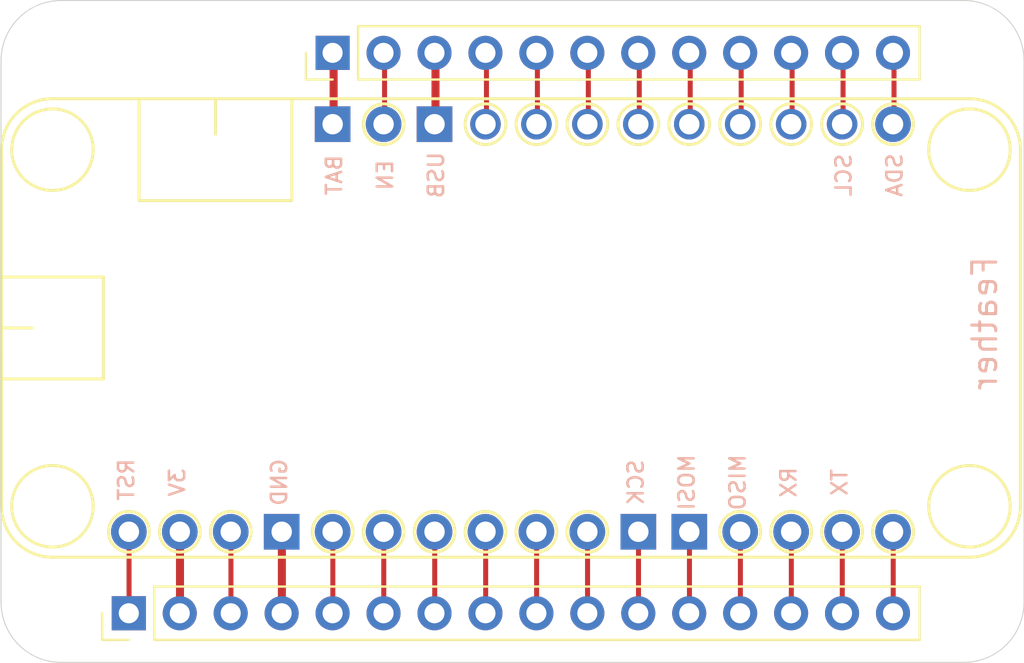
<source format=kicad_pcb>
(kicad_pcb (version 20171130) (host pcbnew "(5.1.5-0-10_14)")

  (general
    (thickness 1.6)
    (drawings 12)
    (tracks 56)
    (zones 0)
    (modules 3)
    (nets 29)
  )

  (page A4)
  (layers
    (0 F.Cu signal)
    (31 B.Cu signal)
    (32 B.Adhes user)
    (33 F.Adhes user)
    (34 B.Paste user)
    (35 F.Paste user)
    (36 B.SilkS user)
    (37 F.SilkS user)
    (38 B.Mask user)
    (39 F.Mask user)
    (40 Dwgs.User user hide)
    (41 Cmts.User user)
    (42 Eco1.User user)
    (43 Eco2.User user)
    (44 Edge.Cuts user)
    (45 Margin user)
    (46 B.CrtYd user)
    (47 F.CrtYd user)
    (48 B.Fab user)
    (49 F.Fab user)
  )

  (setup
    (last_trace_width 0.25)
    (trace_clearance 0.2)
    (zone_clearance 0.508)
    (zone_45_only no)
    (trace_min 0.2)
    (via_size 0.8)
    (via_drill 0.4)
    (via_min_size 0.4)
    (via_min_drill 0.3)
    (uvia_size 0.3)
    (uvia_drill 0.1)
    (uvias_allowed no)
    (uvia_min_size 0.2)
    (uvia_min_drill 0.1)
    (edge_width 0.05)
    (segment_width 0.2)
    (pcb_text_width 0.3)
    (pcb_text_size 1.5 1.5)
    (mod_edge_width 0.12)
    (mod_text_size 1 1)
    (mod_text_width 0.15)
    (pad_size 1.524 1.524)
    (pad_drill 0.762)
    (pad_to_mask_clearance 0.051)
    (solder_mask_min_width 0.25)
    (aux_axis_origin 0 0)
    (visible_elements FFFFFF7F)
    (pcbplotparams
      (layerselection 0x010fc_ffffffff)
      (usegerberextensions true)
      (usegerberattributes false)
      (usegerberadvancedattributes false)
      (creategerberjobfile false)
      (excludeedgelayer true)
      (linewidth 0.100000)
      (plotframeref false)
      (viasonmask false)
      (mode 1)
      (useauxorigin false)
      (hpglpennumber 1)
      (hpglpenspeed 20)
      (hpglpendiameter 15.000000)
      (psnegative false)
      (psa4output false)
      (plotreference true)
      (plotvalue true)
      (plotinvisibletext false)
      (padsonsilk false)
      (subtractmaskfromsilk false)
      (outputformat 1)
      (mirror false)
      (drillshape 0)
      (scaleselection 1)
      (outputdirectory "FeatherShim_Gerbers/"))
  )

  (net 0 "")
  (net 1 "Net-(P1-Pad27)")
  (net 2 "Net-(P1-Pad25)")
  (net 3 "Net-(P1-Pad24)")
  (net 4 "Net-(P1-Pad23)")
  (net 5 "Net-(P1-Pad22)")
  (net 6 "Net-(P1-Pad21)")
  (net 7 "Net-(P1-Pad20)")
  (net 8 "Net-(P1-Pad19)")
  (net 9 "Net-(P1-Pad18)")
  (net 10 "Net-(P1-Pad17)")
  (net 11 "Net-(P1-Pad16)")
  (net 12 "Net-(P1-Pad15)")
  (net 13 "Net-(P1-Pad14)")
  (net 14 "Net-(P1-Pad13)")
  (net 15 "Net-(P1-Pad10)")
  (net 16 "Net-(P1-Pad9)")
  (net 17 "Net-(P1-Pad8)")
  (net 18 "Net-(P1-Pad7)")
  (net 19 "Net-(P1-Pad6)")
  (net 20 "Net-(P1-Pad5)")
  (net 21 "Net-(P1-Pad3)")
  (net 22 "Net-(P1-Pad1)")
  (net 23 "Net-(P1-Pad12)")
  (net 24 "Net-(P1-Pad11)")
  (net 25 /3V3)
  (net 26 VBUS)
  (net 27 +BATT)
  (net 28 GND)

  (net_class Default "This is the default net class."
    (clearance 0.2)
    (trace_width 0.25)
    (via_dia 0.8)
    (via_drill 0.4)
    (uvia_dia 0.3)
    (uvia_drill 0.1)
    (add_net "Net-(P1-Pad1)")
    (add_net "Net-(P1-Pad10)")
    (add_net "Net-(P1-Pad11)")
    (add_net "Net-(P1-Pad12)")
    (add_net "Net-(P1-Pad13)")
    (add_net "Net-(P1-Pad14)")
    (add_net "Net-(P1-Pad15)")
    (add_net "Net-(P1-Pad16)")
    (add_net "Net-(P1-Pad17)")
    (add_net "Net-(P1-Pad18)")
    (add_net "Net-(P1-Pad19)")
    (add_net "Net-(P1-Pad20)")
    (add_net "Net-(P1-Pad21)")
    (add_net "Net-(P1-Pad22)")
    (add_net "Net-(P1-Pad23)")
    (add_net "Net-(P1-Pad24)")
    (add_net "Net-(P1-Pad25)")
    (add_net "Net-(P1-Pad27)")
    (add_net "Net-(P1-Pad3)")
    (add_net "Net-(P1-Pad5)")
    (add_net "Net-(P1-Pad6)")
    (add_net "Net-(P1-Pad7)")
    (add_net "Net-(P1-Pad8)")
    (add_net "Net-(P1-Pad9)")
  )

  (net_class Power ""
    (clearance 0.2)
    (trace_width 0.4)
    (via_dia 0.8)
    (via_drill 0.4)
    (uvia_dia 0.3)
    (uvia_drill 0.1)
    (add_net +BATT)
    (add_net /3V3)
    (add_net GND)
    (add_net VBUS)
  )

  (module FeatherShimLibs:Pin_Header_Straight_1x16_Pitch2.54mm (layer F.Cu) (tedit 59650532) (tstamp 5E0A4667)
    (at 136.37 117.55 90)
    (descr "Through hole straight pin header, 1x16, 2.54mm pitch, single row")
    (tags "Through hole pin header THT 1x16 2.54mm single row")
    (path /5E0A312C)
    (fp_text reference P2 (at 0 -2.33 90) (layer F.SilkS) hide
      (effects (font (size 1 1) (thickness 0.15)))
    )
    (fp_text value CONN_01X16 (at 0 40.43 90) (layer F.Fab) hide
      (effects (font (size 1 1) (thickness 0.15)))
    )
    (fp_line (start -0.635 -1.27) (end 1.27 -1.27) (layer F.Fab) (width 0.1))
    (fp_line (start 1.27 -1.27) (end 1.27 39.37) (layer F.Fab) (width 0.1))
    (fp_line (start 1.27 39.37) (end -1.27 39.37) (layer F.Fab) (width 0.1))
    (fp_line (start -1.27 39.37) (end -1.27 -0.635) (layer F.Fab) (width 0.1))
    (fp_line (start -1.27 -0.635) (end -0.635 -1.27) (layer F.Fab) (width 0.1))
    (fp_line (start -1.33 39.43) (end 1.33 39.43) (layer F.SilkS) (width 0.12))
    (fp_line (start -1.33 1.27) (end -1.33 39.43) (layer F.SilkS) (width 0.12))
    (fp_line (start 1.33 1.27) (end 1.33 39.43) (layer F.SilkS) (width 0.12))
    (fp_line (start -1.33 1.27) (end 1.33 1.27) (layer F.SilkS) (width 0.12))
    (fp_line (start -1.33 0) (end -1.33 -1.33) (layer F.SilkS) (width 0.12))
    (fp_line (start -1.33 -1.33) (end 0 -1.33) (layer F.SilkS) (width 0.12))
    (fp_line (start -1.8 -1.8) (end -1.8 39.9) (layer F.CrtYd) (width 0.05))
    (fp_line (start -1.8 39.9) (end 1.8 39.9) (layer F.CrtYd) (width 0.05))
    (fp_line (start 1.8 39.9) (end 1.8 -1.8) (layer F.CrtYd) (width 0.05))
    (fp_line (start 1.8 -1.8) (end -1.8 -1.8) (layer F.CrtYd) (width 0.05))
    (fp_text user %R (at 0 19.05) (layer F.Fab)
      (effects (font (size 1 1) (thickness 0.15)))
    )
    (pad 1 thru_hole rect (at 0 0 90) (size 1.7 1.7) (drill 1) (layers *.Cu *.Mask)
      (net 22 "Net-(P1-Pad1)"))
    (pad 2 thru_hole oval (at 0 2.54 90) (size 1.7 1.7) (drill 1) (layers *.Cu *.Mask)
      (net 25 /3V3))
    (pad 3 thru_hole oval (at 0 5.08 90) (size 1.7 1.7) (drill 1) (layers *.Cu *.Mask)
      (net 21 "Net-(P1-Pad3)"))
    (pad 4 thru_hole oval (at 0 7.62 90) (size 1.7 1.7) (drill 1) (layers *.Cu *.Mask)
      (net 28 GND))
    (pad 5 thru_hole oval (at 0 10.16 90) (size 1.7 1.7) (drill 1) (layers *.Cu *.Mask)
      (net 20 "Net-(P1-Pad5)"))
    (pad 6 thru_hole oval (at 0 12.7 90) (size 1.7 1.7) (drill 1) (layers *.Cu *.Mask)
      (net 19 "Net-(P1-Pad6)"))
    (pad 7 thru_hole oval (at 0 15.24 90) (size 1.7 1.7) (drill 1) (layers *.Cu *.Mask)
      (net 18 "Net-(P1-Pad7)"))
    (pad 8 thru_hole oval (at 0 17.78 90) (size 1.7 1.7) (drill 1) (layers *.Cu *.Mask)
      (net 17 "Net-(P1-Pad8)"))
    (pad 9 thru_hole oval (at 0 20.32 90) (size 1.7 1.7) (drill 1) (layers *.Cu *.Mask)
      (net 16 "Net-(P1-Pad9)"))
    (pad 10 thru_hole oval (at 0 22.86 90) (size 1.7 1.7) (drill 1) (layers *.Cu *.Mask)
      (net 15 "Net-(P1-Pad10)"))
    (pad 11 thru_hole oval (at 0 25.4 90) (size 1.7 1.7) (drill 1) (layers *.Cu *.Mask)
      (net 24 "Net-(P1-Pad11)"))
    (pad 12 thru_hole oval (at 0 27.94 90) (size 1.7 1.7) (drill 1) (layers *.Cu *.Mask)
      (net 23 "Net-(P1-Pad12)"))
    (pad 13 thru_hole oval (at 0 30.48 90) (size 1.7 1.7) (drill 1) (layers *.Cu *.Mask)
      (net 14 "Net-(P1-Pad13)"))
    (pad 14 thru_hole oval (at 0 33.02 90) (size 1.7 1.7) (drill 1) (layers *.Cu *.Mask)
      (net 13 "Net-(P1-Pad14)"))
    (pad 15 thru_hole oval (at 0 35.56 90) (size 1.7 1.7) (drill 1) (layers *.Cu *.Mask)
      (net 12 "Net-(P1-Pad15)"))
    (pad 16 thru_hole oval (at 0 38.1 90) (size 1.7 1.7) (drill 1) (layers *.Cu *.Mask)
      (net 11 "Net-(P1-Pad16)"))
    (model ${KISYS3DMOD}/Pin_Headers.3dshapes/Pin_Header_Straight_1x16_Pitch2.54mm.wrl
      (at (xyz 0 0 0))
      (scale (xyz 1 1 1))
      (rotate (xyz 0 0 0))
    )
  )

  (module FeatherShimLibs:Pin_Header_Straight_1x12_Pitch2.54mm (layer F.Cu) (tedit 59650532) (tstamp 5E0A5BD2)
    (at 146.53 89.61 90)
    (descr "Through hole straight pin header, 1x12, 2.54mm pitch, single row")
    (tags "Through hole pin header THT 1x12 2.54mm single row")
    (path /5E0AAA41)
    (fp_text reference P3 (at 0 -2.33 90) (layer F.SilkS) hide
      (effects (font (size 1 1) (thickness 0.15)))
    )
    (fp_text value CONN_01X12 (at 0 30.27 90) (layer F.Fab) hide
      (effects (font (size 1 1) (thickness 0.15)))
    )
    (fp_line (start -0.635 -1.27) (end 1.27 -1.27) (layer F.Fab) (width 0.1))
    (fp_line (start 1.27 -1.27) (end 1.27 29.21) (layer F.Fab) (width 0.1))
    (fp_line (start 1.27 29.21) (end -1.27 29.21) (layer F.Fab) (width 0.1))
    (fp_line (start -1.27 29.21) (end -1.27 -0.635) (layer F.Fab) (width 0.1))
    (fp_line (start -1.27 -0.635) (end -0.635 -1.27) (layer F.Fab) (width 0.1))
    (fp_line (start -1.33 29.27) (end 1.33 29.27) (layer F.SilkS) (width 0.12))
    (fp_line (start -1.33 1.27) (end -1.33 29.27) (layer F.SilkS) (width 0.12))
    (fp_line (start 1.33 1.27) (end 1.33 29.27) (layer F.SilkS) (width 0.12))
    (fp_line (start -1.33 1.27) (end 1.33 1.27) (layer F.SilkS) (width 0.12))
    (fp_line (start -1.33 0) (end -1.33 -1.33) (layer F.SilkS) (width 0.12))
    (fp_line (start -1.33 -1.33) (end 0 -1.33) (layer F.SilkS) (width 0.12))
    (fp_line (start -1.8 -1.8) (end -1.8 29.75) (layer F.CrtYd) (width 0.05))
    (fp_line (start -1.8 29.75) (end 1.8 29.75) (layer F.CrtYd) (width 0.05))
    (fp_line (start 1.8 29.75) (end 1.8 -1.8) (layer F.CrtYd) (width 0.05))
    (fp_line (start 1.8 -1.8) (end -1.8 -1.8) (layer F.CrtYd) (width 0.05))
    (fp_text user %R (at 0 13.97) (layer F.Fab)
      (effects (font (size 1 1) (thickness 0.15)))
    )
    (pad 1 thru_hole rect (at 0 0 90) (size 1.7 1.7) (drill 1) (layers *.Cu *.Mask)
      (net 27 +BATT))
    (pad 2 thru_hole oval (at 0 2.54 90) (size 1.7 1.7) (drill 1) (layers *.Cu *.Mask)
      (net 1 "Net-(P1-Pad27)"))
    (pad 3 thru_hole oval (at 0 5.08 90) (size 1.7 1.7) (drill 1) (layers *.Cu *.Mask)
      (net 26 VBUS))
    (pad 4 thru_hole oval (at 0 7.62 90) (size 1.7 1.7) (drill 1) (layers *.Cu *.Mask)
      (net 2 "Net-(P1-Pad25)"))
    (pad 5 thru_hole oval (at 0 10.16 90) (size 1.7 1.7) (drill 1) (layers *.Cu *.Mask)
      (net 3 "Net-(P1-Pad24)"))
    (pad 6 thru_hole oval (at 0 12.7 90) (size 1.7 1.7) (drill 1) (layers *.Cu *.Mask)
      (net 4 "Net-(P1-Pad23)"))
    (pad 7 thru_hole oval (at 0 15.24 90) (size 1.7 1.7) (drill 1) (layers *.Cu *.Mask)
      (net 5 "Net-(P1-Pad22)"))
    (pad 8 thru_hole oval (at 0 17.78 90) (size 1.7 1.7) (drill 1) (layers *.Cu *.Mask)
      (net 6 "Net-(P1-Pad21)"))
    (pad 9 thru_hole oval (at 0 20.32 90) (size 1.7 1.7) (drill 1) (layers *.Cu *.Mask)
      (net 7 "Net-(P1-Pad20)"))
    (pad 10 thru_hole oval (at 0 22.86 90) (size 1.7 1.7) (drill 1) (layers *.Cu *.Mask)
      (net 8 "Net-(P1-Pad19)"))
    (pad 11 thru_hole oval (at 0 25.4 90) (size 1.7 1.7) (drill 1) (layers *.Cu *.Mask)
      (net 9 "Net-(P1-Pad18)"))
    (pad 12 thru_hole oval (at 0 27.94 90) (size 1.7 1.7) (drill 1) (layers *.Cu *.Mask)
      (net 10 "Net-(P1-Pad17)"))
    (model ${KISYS3DMOD}/Pin_Headers.3dshapes/Pin_Header_Straight_1x12_Pitch2.54mm.wrl
      (at (xyz 0 0 0))
      (scale (xyz 1 1 1))
      (rotate (xyz 0 0 0))
    )
  )

  (module FeatherShimLibs:FEATHER_Common (layer F.Cu) (tedit 5E0A4522) (tstamp 5E0A499C)
    (at 155.4226 103.3272)
    (path /5E0A2C7A)
    (fp_text reference P1 (at 21.59 0 90) (layer F.SilkS) hide
      (effects (font (size 1.2 1.2) (thickness 0.15)))
    )
    (fp_text value Feather (at 23.622 -0.2286 -90) (layer B.SilkS)
      (effects (font (size 1.2 1.2) (thickness 0.15)) (justify mirror))
    )
    (fp_line (start 22.86 -11.43) (end -22.86 -11.43) (layer F.SilkS) (width 0.15))
    (fp_line (start -22.86 11.43) (end 22.86 11.43) (layer F.SilkS) (width 0.15))
    (fp_line (start -25.4 -8.89) (end -25.4 8.89) (layer F.SilkS) (width 0.15))
    (fp_line (start 25.4 -8.89) (end 25.4 8.89) (layer F.SilkS) (width 0.15))
    (fp_arc (start 22.86 -8.89) (end 22.86 -11.43) (angle 90) (layer F.SilkS) (width 0.15))
    (fp_arc (start 22.86 8.89) (end 25.4 8.89) (angle 90) (layer F.SilkS) (width 0.15))
    (fp_arc (start -22.86 -8.89) (end -25.4 -8.89) (angle 90) (layer F.SilkS) (width 0.15))
    (fp_arc (start -22.86 8.89) (end -22.86 11.43) (angle 90) (layer F.SilkS) (width 0.15))
    (fp_line (start -20.32 2.54) (end -25.4 2.54) (layer F.SilkS) (width 0.15))
    (fp_line (start -20.32 -2.54) (end -20.32 2.54) (layer F.SilkS) (width 0.15))
    (fp_line (start -25.4 -2.54) (end -20.32 -2.54) (layer F.SilkS) (width 0.15))
    (fp_line (start -18.542 -6.35) (end -10.922 -6.35) (layer F.SilkS) (width 0.15))
    (fp_line (start -14.732 -11.43) (end -14.732 -9.652) (layer F.SilkS) (width 0.15))
    (fp_line (start -18.542 -6.35) (end -18.542 -11.43) (layer F.SilkS) (width 0.15))
    (fp_line (start -10.922 -6.35) (end -10.922 -11.43) (layer F.SilkS) (width 0.15))
    (fp_line (start -25.4 0) (end -23.876 0) (layer F.SilkS) (width 0.15))
    (fp_circle (center -22.86 -8.89) (end -20.828 -8.89) (layer F.SilkS) (width 0.15))
    (fp_circle (center -22.86 8.89) (end -20.828 8.89) (layer F.SilkS) (width 0.15))
    (fp_circle (center 22.86 8.89) (end 20.828 8.89) (layer F.SilkS) (width 0.15))
    (fp_circle (center 22.86 -8.89) (end 20.828 -8.89) (layer F.SilkS) (width 0.15))
    (fp_circle (center -19.05 10.16) (end -18.034 10.16) (layer F.SilkS) (width 0.15))
    (fp_circle (center -16.51 10.16) (end -15.494 10.16) (layer F.SilkS) (width 0.15))
    (fp_circle (center -13.97 10.16) (end -12.954 10.16) (layer F.SilkS) (width 0.15))
    (fp_circle (center -8.89 10.16) (end -9.906 10.16) (layer F.SilkS) (width 0.15))
    (fp_circle (center -6.35 10.16) (end -7.366 10.16) (layer F.SilkS) (width 0.15))
    (fp_circle (center -3.81 10.16) (end -4.826 10.16) (layer F.SilkS) (width 0.15))
    (fp_circle (center -1.27 10.16) (end -2.286 10.16) (layer F.SilkS) (width 0.15))
    (fp_circle (center 1.27 10.16) (end 0.254 10.16) (layer F.SilkS) (width 0.15))
    (fp_circle (center 3.81 10.16) (end 2.794 10.16) (layer F.SilkS) (width 0.15))
    (fp_circle (center 11.43 10.16) (end 12.446 10.16) (layer F.SilkS) (width 0.15))
    (fp_circle (center 13.97 10.16) (end 14.986 10.16) (layer F.SilkS) (width 0.15))
    (fp_circle (center 16.51 10.16) (end 17.526 10.16) (layer F.SilkS) (width 0.15))
    (fp_circle (center 19.05 10.16) (end 20.066 10.033) (layer F.SilkS) (width 0.15))
    (fp_circle (center -6.35 -10.16) (end -5.334 -10.16) (layer F.SilkS) (width 0.15))
    (fp_circle (center -1.27 -10.16) (end -0.254 -10.16) (layer F.SilkS) (width 0.15))
    (fp_circle (center 1.27 -10.16) (end 2.286 -10.16) (layer F.SilkS) (width 0.15))
    (fp_circle (center 3.81 -10.16) (end 4.826 -10.16) (layer F.SilkS) (width 0.15))
    (fp_circle (center 6.35 -10.16) (end 7.366 -10.16) (layer F.SilkS) (width 0.15))
    (fp_circle (center 8.89 -10.16) (end 7.874 -10.16) (layer F.SilkS) (width 0.15))
    (fp_circle (center 11.43 -10.16) (end 12.446 -10.16) (layer F.SilkS) (width 0.15))
    (fp_circle (center 13.97 -10.16) (end 14.986 -10.16) (layer F.SilkS) (width 0.15))
    (fp_circle (center 16.51 -10.16) (end 15.494 -10.16) (layer F.SilkS) (width 0.15))
    (fp_circle (center 19.05 -10.16) (end 18.034 -10.16) (layer F.SilkS) (width 0.15))
    (fp_text user GND (at -11.557 7.6962 -90) (layer B.SilkS)
      (effects (font (size 0.762 0.762) (thickness 0.127)) (justify mirror))
    )
    (fp_text user SCK (at 6.223 7.6962 -90) (layer B.SilkS)
      (effects (font (size 0.762 0.762) (thickness 0.127)) (justify mirror))
    )
    (fp_text user MOSI (at 8.763 7.6962 -90) (layer B.SilkS)
      (effects (font (size 0.762 0.762) (thickness 0.127)) (justify mirror))
    )
    (fp_text user BAT (at -8.8138 -7.62 -90) (layer B.SilkS)
      (effects (font (size 0.762 0.762) (thickness 0.127)) (justify mirror))
    )
    (fp_text user USB (at -3.7338 -7.62 -90) (layer B.SilkS)
      (effects (font (size 0.762 0.762) (thickness 0.127)) (justify mirror))
    )
    (fp_text user EN (at -6.2738 -7.62 -90) (layer B.SilkS)
      (effects (font (size 0.762 0.762) (thickness 0.127)) (justify mirror))
    )
    (fp_text user SCL (at 16.5862 -7.62 -90) (layer B.SilkS)
      (effects (font (size 0.762 0.762) (thickness 0.127)) (justify mirror))
    )
    (fp_text user SDA (at 19.1262 -7.62 -90) (layer B.SilkS)
      (effects (font (size 0.762 0.762) (thickness 0.127)) (justify mirror))
    )
    (fp_text user 3V (at -16.637 7.6962 -90) (layer B.SilkS)
      (effects (font (size 0.762 0.762) (thickness 0.127)) (justify mirror))
    )
    (fp_text user RST (at -19.177 7.5662 -90) (layer B.SilkS)
      (effects (font (size 0.762 0.762) (thickness 0.127)) (justify mirror))
    )
    (fp_text user MISO (at 11.303 7.6962 -90) (layer B.SilkS)
      (effects (font (size 0.762 0.762) (thickness 0.127)) (justify mirror))
    )
    (fp_text user RX (at 13.843 7.6962 -90) (layer B.SilkS)
      (effects (font (size 0.762 0.762) (thickness 0.127)) (justify mirror))
    )
    (fp_text user TX (at 16.383 7.6962 -90) (layer B.SilkS)
      (effects (font (size 0.762 0.762) (thickness 0.127)) (justify mirror))
    )
    (pad "" np_thru_hole circle (at -22.86 -8.89) (size 3.048 3.048) (drill 3.048) (layers *.Cu *.Mask))
    (pad "" np_thru_hole circle (at 22.86 -8.89) (size 3.048 3.048) (drill 3.048) (layers *.Cu *.Mask))
    (pad "" np_thru_hole circle (at 22.86 8.89) (size 3.048 3.048) (drill 3.048) (layers *.Cu *.Mask))
    (pad "" np_thru_hole circle (at -22.86 8.89) (size 3.048 3.048) (drill 3.048) (layers *.Cu *.Mask))
    (pad 27 thru_hole circle (at -6.35 -10.16) (size 1.778 1.778) (drill 1.016) (layers *.Cu *.Mask)
      (net 1 "Net-(P1-Pad27)"))
    (pad 25 thru_hole circle (at -1.27 -10.16) (size 1.524 1.524) (drill 1.016) (layers *.Cu *.Mask)
      (net 2 "Net-(P1-Pad25)"))
    (pad 24 thru_hole circle (at 1.27 -10.16) (size 1.524 1.524) (drill 1.016) (layers *.Cu *.Mask)
      (net 3 "Net-(P1-Pad24)"))
    (pad 23 thru_hole circle (at 3.81 -10.16) (size 1.524 1.524) (drill 1.016) (layers *.Cu *.Mask)
      (net 4 "Net-(P1-Pad23)"))
    (pad 22 thru_hole circle (at 6.35 -10.16) (size 1.524 1.524) (drill 1.016) (layers *.Cu *.Mask)
      (net 5 "Net-(P1-Pad22)"))
    (pad 21 thru_hole circle (at 8.89 -10.16) (size 1.524 1.524) (drill 1.016) (layers *.Cu *.Mask)
      (net 6 "Net-(P1-Pad21)"))
    (pad 20 thru_hole circle (at 11.43 -10.16) (size 1.524 1.524) (drill 1.016) (layers *.Cu *.Mask)
      (net 7 "Net-(P1-Pad20)"))
    (pad 19 thru_hole circle (at 13.97 -10.16) (size 1.524 1.524) (drill 1.016) (layers *.Cu *.Mask)
      (net 8 "Net-(P1-Pad19)"))
    (pad 18 thru_hole circle (at 16.51 -10.16) (size 1.524 1.524) (drill 1.016) (layers *.Cu *.Mask)
      (net 9 "Net-(P1-Pad18)"))
    (pad 17 thru_hole circle (at 19.05 -10.16) (size 1.778 1.778) (drill 1.016) (layers *.Cu *.Mask)
      (net 10 "Net-(P1-Pad17)"))
    (pad 16 thru_hole circle (at 19.05 10.16) (size 1.778 1.778) (drill 1.016) (layers *.Cu *.Mask)
      (net 11 "Net-(P1-Pad16)"))
    (pad 15 thru_hole circle (at 16.51 10.16) (size 1.778 1.778) (drill 1.016) (layers *.Cu *.Mask)
      (net 12 "Net-(P1-Pad15)"))
    (pad 14 thru_hole circle (at 13.97 10.16) (size 1.778 1.778) (drill 1.016) (layers *.Cu *.Mask)
      (net 13 "Net-(P1-Pad14)"))
    (pad 13 thru_hole circle (at 11.43 10.16) (size 1.778 1.778) (drill 1.016) (layers *.Cu *.Mask)
      (net 14 "Net-(P1-Pad13)"))
    (pad 10 thru_hole circle (at 3.81 10.16) (size 1.778 1.778) (drill 1.016) (layers *.Cu *.Mask)
      (net 15 "Net-(P1-Pad10)"))
    (pad 9 thru_hole circle (at 1.27 10.16) (size 1.778 1.778) (drill 1.016) (layers *.Cu *.Mask)
      (net 16 "Net-(P1-Pad9)"))
    (pad 8 thru_hole circle (at -1.27 10.16) (size 1.778 1.778) (drill 1.016) (layers *.Cu *.Mask)
      (net 17 "Net-(P1-Pad8)"))
    (pad 7 thru_hole circle (at -3.81 10.16) (size 1.778 1.778) (drill 1.016) (layers *.Cu *.Mask)
      (net 18 "Net-(P1-Pad7)"))
    (pad 6 thru_hole circle (at -6.35 10.16) (size 1.778 1.778) (drill 1.016) (layers *.Cu *.Mask)
      (net 19 "Net-(P1-Pad6)"))
    (pad 5 thru_hole circle (at -8.89 10.16) (size 1.778 1.778) (drill 1.016) (layers *.Cu *.Mask)
      (net 20 "Net-(P1-Pad5)"))
    (pad 3 thru_hole circle (at -13.97 10.16) (size 1.778 1.778) (drill 1.016) (layers *.Cu *.Mask)
      (net 21 "Net-(P1-Pad3)"))
    (pad 2 thru_hole circle (at -16.51 10.16) (size 1.778 1.778) (drill 1.016) (layers *.Cu *.Mask)
      (net 25 /3V3))
    (pad 1 thru_hole circle (at -19.05 10.16) (size 1.778 1.778) (drill 1.016) (layers *.Cu *.Mask)
      (net 22 "Net-(P1-Pad1)"))
    (pad 12 thru_hole rect (at 8.89 10.16) (size 1.778 1.778) (drill 1.016) (layers *.Cu *.Mask)
      (net 23 "Net-(P1-Pad12)"))
    (pad 11 thru_hole rect (at 6.35 10.16) (size 1.778 1.778) (drill 1.016) (layers *.Cu *.Mask)
      (net 24 "Net-(P1-Pad11)"))
    (pad 26 thru_hole rect (at -3.81 -10.16) (size 1.778 1.778) (drill 1.016) (layers *.Cu *.Mask)
      (net 26 VBUS))
    (pad 28 thru_hole rect (at -8.89 -10.16) (size 1.778 1.778) (drill 1.016) (layers *.Cu *.Mask)
      (net 27 +BATT))
    (pad 4 thru_hole rect (at -11.43 10.16) (size 1.778 1.778) (drill 1.016) (layers *.Cu *.Mask)
      (net 28 GND))
    (model M0.wrl
      (at (xyz 0 0 0))
      (scale (xyz 1 1 1))
      (rotate (xyz 0 0 0))
    )
  )

  (gr_line (start 178 120) (end 133 120) (layer Edge.Cuts) (width 0.05) (tstamp 5E0A520B))
  (gr_line (start 181 90) (end 181 117) (layer Edge.Cuts) (width 0.05) (tstamp 5E0A513B))
  (gr_line (start 133 87) (end 178 87) (layer Edge.Cuts) (width 0.05) (tstamp 5E0A5139))
  (gr_line (start 130.001096 90.08107) (end 130 117) (layer Edge.Cuts) (width 0.05) (tstamp 5E0A506B))
  (gr_arc (start 178 117) (end 178 120) (angle -90) (layer Edge.Cuts) (width 0.05))
  (gr_arc (start 178 90) (end 181 90) (angle -90) (layer Edge.Cuts) (width 0.05))
  (gr_arc (start 133 90) (end 133 87) (angle -91.54851876) (layer Edge.Cuts) (width 0.05))
  (gr_arc (start 133 117) (end 130 117) (angle -90) (layer Edge.Cuts) (width 0.05))
  (gr_line (start 130.02 116.28) (end 130.02 90.88) (layer Dwgs.User) (width 0.15) (tstamp 5E0A5A79))
  (gr_line (start 180.82 116.28) (end 130.02 116.28) (layer Dwgs.User) (width 0.15))
  (gr_line (start 180.82 90.88) (end 180.82 116.28) (layer Dwgs.User) (width 0.15))
  (gr_line (start 130.02 90.88) (end 180.82 90.88) (layer Dwgs.User) (width 0.15))

  (segment (start 149.1208 93.380701) (end 149.081501 93.42) (width 0.25) (layer F.Cu) (net 1))
  (segment (start 149.1208 89.61) (end 149.1208 93.380701) (width 0.25) (layer F.Cu) (net 1))
  (segment (start 154.2008 93.380701) (end 154.161501 93.42) (width 0.25) (layer F.Cu) (net 2))
  (segment (start 154.2008 89.61) (end 154.2008 93.380701) (width 0.25) (layer F.Cu) (net 2))
  (segment (start 156.7408 93.380701) (end 156.701501 93.42) (width 0.25) (layer F.Cu) (net 3))
  (segment (start 156.7408 89.61) (end 156.7408 93.380701) (width 0.25) (layer F.Cu) (net 3))
  (segment (start 159.2808 93.380701) (end 159.241501 93.42) (width 0.25) (layer F.Cu) (net 4))
  (segment (start 159.2808 89.61) (end 159.2808 93.380701) (width 0.25) (layer F.Cu) (net 4))
  (segment (start 161.8208 93.380701) (end 161.781501 93.42) (width 0.25) (layer F.Cu) (net 5))
  (segment (start 161.8208 89.61) (end 161.8208 93.380701) (width 0.25) (layer F.Cu) (net 5))
  (segment (start 164.3608 93.380701) (end 164.321501 93.42) (width 0.25) (layer F.Cu) (net 6))
  (segment (start 164.3608 89.61) (end 164.3608 93.380701) (width 0.25) (layer F.Cu) (net 6))
  (segment (start 166.9008 93.380701) (end 166.861501 93.42) (width 0.25) (layer F.Cu) (net 7))
  (segment (start 166.9008 89.61) (end 166.9008 93.380701) (width 0.25) (layer F.Cu) (net 7))
  (segment (start 169.4408 93.380701) (end 169.401501 93.42) (width 0.25) (layer F.Cu) (net 8))
  (segment (start 169.4408 89.61) (end 169.4408 93.380701) (width 0.25) (layer F.Cu) (net 8))
  (segment (start 171.9808 93.380701) (end 171.941501 93.42) (width 0.25) (layer F.Cu) (net 9))
  (segment (start 171.9808 89.61) (end 171.9808 93.380701) (width 0.25) (layer F.Cu) (net 9))
  (segment (start 174.5208 93.380701) (end 174.481501 93.42) (width 0.25) (layer F.Cu) (net 10))
  (segment (start 174.5208 89.61) (end 174.5208 93.380701) (width 0.25) (layer F.Cu) (net 10))
  (segment (start 174.481501 117.523401) (end 174.5081 117.55) (width 0.25) (layer F.Cu) (net 11) (tstamp 5E0A5C7B))
  (segment (start 174.481501 113.74) (end 174.481501 117.523401) (width 0.25) (layer F.Cu) (net 11) (tstamp 5E0A5C7E))
  (segment (start 171.941501 117.523401) (end 171.9681 117.55) (width 0.25) (layer F.Cu) (net 12) (tstamp 5E0A5C78))
  (segment (start 171.941501 113.74) (end 171.941501 117.523401) (width 0.25) (layer F.Cu) (net 12) (tstamp 5E0A5C75))
  (segment (start 169.401501 117.523401) (end 169.4281 117.55) (width 0.25) (layer F.Cu) (net 13) (tstamp 5E0A5C93))
  (segment (start 169.401501 113.74) (end 169.401501 117.523401) (width 0.25) (layer F.Cu) (net 13) (tstamp 5E0A5C9C))
  (segment (start 166.861501 117.523401) (end 166.8881 117.55) (width 0.25) (layer F.Cu) (net 14) (tstamp 5E0A5CAB))
  (segment (start 166.861501 113.74) (end 166.861501 117.523401) (width 0.25) (layer F.Cu) (net 14) (tstamp 5E0A5CAE))
  (segment (start 159.241501 117.523401) (end 159.2681 117.55) (width 0.25) (layer F.Cu) (net 15) (tstamp 5E0A5C90))
  (segment (start 159.241501 113.74) (end 159.241501 117.523401) (width 0.25) (layer F.Cu) (net 15) (tstamp 5E0A5C96))
  (segment (start 156.701501 117.523401) (end 156.7281 117.55) (width 0.25) (layer F.Cu) (net 16) (tstamp 5E0A5CCF))
  (segment (start 156.701501 113.74) (end 156.701501 117.523401) (width 0.25) (layer F.Cu) (net 16) (tstamp 5E0A5CD2))
  (segment (start 154.161501 117.523401) (end 154.1881 117.55) (width 0.25) (layer F.Cu) (net 17) (tstamp 5E0A5CC0))
  (segment (start 154.161501 113.74) (end 154.161501 117.523401) (width 0.25) (layer F.Cu) (net 17) (tstamp 5E0A5CBD))
  (segment (start 151.621501 117.523401) (end 151.6481 117.55) (width 0.25) (layer F.Cu) (net 18) (tstamp 5E0A5CC6))
  (segment (start 151.621501 113.74) (end 151.621501 117.523401) (width 0.25) (layer F.Cu) (net 18) (tstamp 5E0A5CC9))
  (segment (start 149.081501 117.523401) (end 149.1081 117.55) (width 0.25) (layer F.Cu) (net 19) (tstamp 5E0A5C99))
  (segment (start 149.081501 113.74) (end 149.081501 117.523401) (width 0.25) (layer F.Cu) (net 19) (tstamp 5E0A5CA2))
  (segment (start 146.541501 117.523401) (end 146.5681 117.55) (width 0.25) (layer F.Cu) (net 20) (tstamp 5E0A5C84))
  (segment (start 146.541501 113.74) (end 146.541501 117.523401) (width 0.25) (layer F.Cu) (net 20) (tstamp 5E0A5C81))
  (segment (start 141.461501 117.523401) (end 141.4881 117.55) (width 0.25) (layer F.Cu) (net 21) (tstamp 5E0A5CB1))
  (segment (start 141.461501 113.74) (end 141.461501 117.523401) (width 0.25) (layer F.Cu) (net 21) (tstamp 5E0A5CB4))
  (segment (start 138.921501 117.523401) (end 138.9481 117.55) (width 0.4) (layer F.Cu) (net 25) (tstamp 5E0A5C9F))
  (segment (start 138.921501 113.74) (end 138.921501 117.523401) (width 0.4) (layer F.Cu) (net 25) (tstamp 5E0A5C8D))
  (segment (start 136.381501 117.523401) (end 136.4081 117.55) (width 0.25) (layer F.Cu) (net 22) (tstamp 5E0A5CCC))
  (segment (start 136.381501 113.74) (end 136.381501 117.523401) (width 0.25) (layer F.Cu) (net 22) (tstamp 5E0A5CC3))
  (segment (start 164.321501 117.523401) (end 164.3481 117.55) (width 0.25) (layer F.Cu) (net 23) (tstamp 5E0A5CA8))
  (segment (start 164.321501 113.74) (end 164.321501 117.523401) (width 0.25) (layer F.Cu) (net 23) (tstamp 5E0A5CA5))
  (segment (start 161.781501 117.523401) (end 161.8081 117.55) (width 0.25) (layer F.Cu) (net 24) (tstamp 5E0A5CBA))
  (segment (start 161.781501 113.74) (end 161.781501 117.523401) (width 0.25) (layer F.Cu) (net 24) (tstamp 5E0A5CB7))
  (segment (start 151.6608 93.380701) (end 151.621501 93.42) (width 0.4) (layer F.Cu) (net 26))
  (segment (start 151.6608 89.61) (end 151.6608 93.380701) (width 0.4) (layer F.Cu) (net 26))
  (segment (start 144.001501 117.523401) (end 144.0281 117.55) (width 0.4) (layer F.Cu) (net 28) (tstamp 5E0A5C8A))
  (segment (start 144.001501 113.74) (end 144.001501 117.523401) (width 0.4) (layer F.Cu) (net 28) (tstamp 5E0A5C87))
  (segment (start 146.5808 93.380701) (end 146.541501 93.42) (width 0.4) (layer F.Cu) (net 27))
  (segment (start 146.5808 89.61) (end 146.5808 93.380701) (width 0.4) (layer F.Cu) (net 27))

)

</source>
